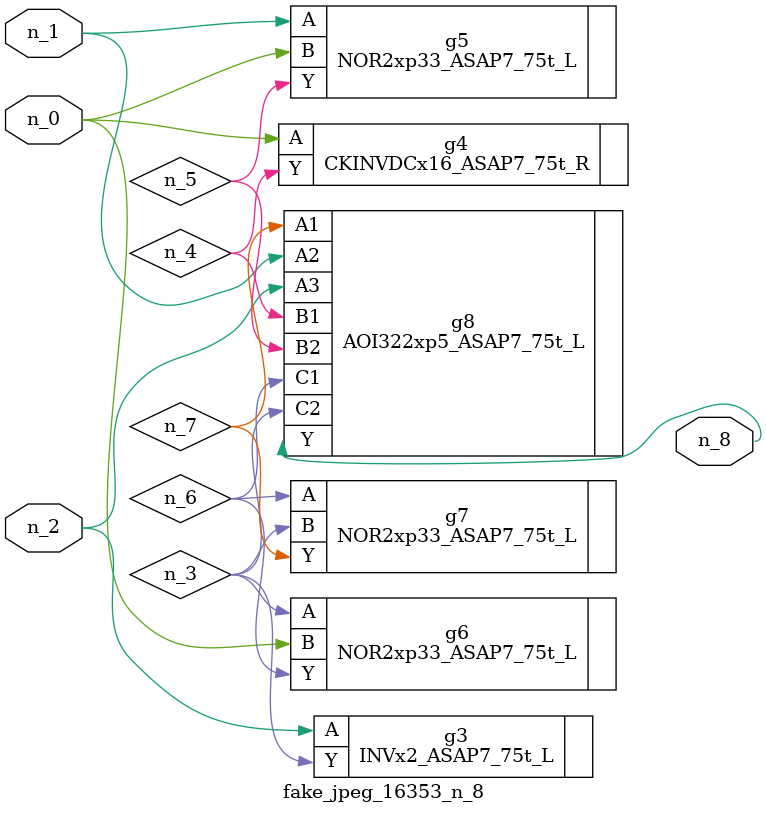
<source format=v>
module fake_jpeg_16353_n_8 (n_0, n_2, n_1, n_8);

input n_0;
input n_2;
input n_1;

output n_8;

wire n_3;
wire n_4;
wire n_6;
wire n_5;
wire n_7;

INVx2_ASAP7_75t_L g3 ( 
.A(n_2),
.Y(n_3)
);

CKINVDCx16_ASAP7_75t_R g4 ( 
.A(n_0),
.Y(n_4)
);

NOR2xp33_ASAP7_75t_L g5 ( 
.A(n_1),
.B(n_0),
.Y(n_5)
);

NOR2xp33_ASAP7_75t_L g6 ( 
.A(n_3),
.B(n_0),
.Y(n_6)
);

NOR2xp33_ASAP7_75t_L g7 ( 
.A(n_6),
.B(n_3),
.Y(n_7)
);

AOI322xp5_ASAP7_75t_L g8 ( 
.A1(n_7),
.A2(n_1),
.A3(n_2),
.B1(n_4),
.B2(n_5),
.C1(n_6),
.C2(n_3),
.Y(n_8)
);


endmodule
</source>
